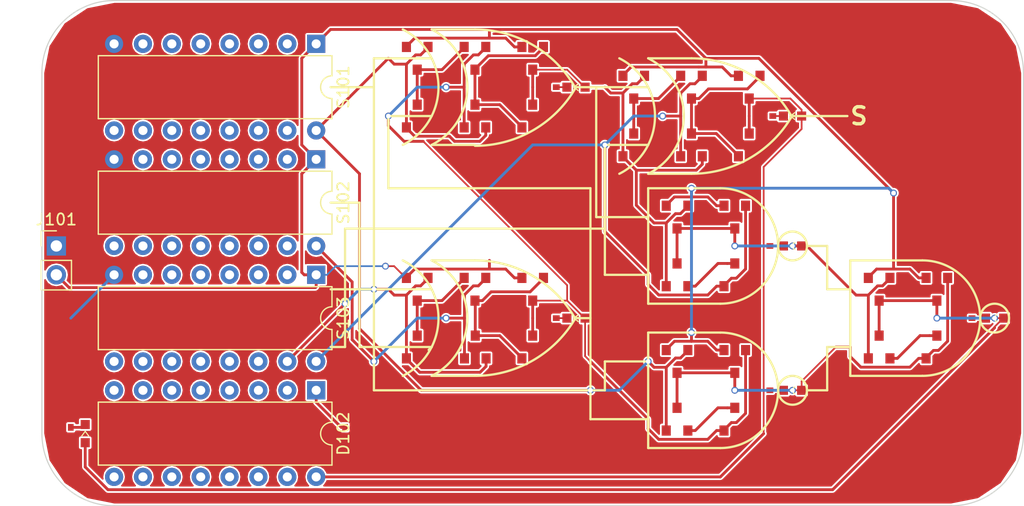
<source format=kicad_pcb>
(kicad_pcb (version 4) (host pcbnew 4.0.5+dfsg1-4)
  (layers (0 F.Cu signal) (31 B.Cu signal) (34 B.Paste user) (35 F.Paste user) (36 B.SilkS user) (37 F.SilkS user) (38 B.Mask user) (39 F.Mask user) (44 Edge.Cuts user))
  (net 0 "")
  (net 1 /K)
  (net 2 GND)
  (net 3 /S)
  (net 4 /bit0/adder/B)
  (net 5 /A)
  (net 6 /bit0/adder/AxorB)
  (net 7 /C)
  (net 8 VCC)
  (net 9 /SUB)
  (net 10 /B)
  (net 11 /bit0/adder/#AxorBandC)
  (net 12 /bit0/adder/#AandB)
  (net 13 "Net-(Q402-Pad2)")
  (net 14 "Net-(Q502-Pad2)")
  (net 15 "Net-(Q602-Pad2)")
  (net 16 "Net-(Q701-Pad3)")
  (net 17 "Net-(Q703-Pad3)")
  (net 18 "Net-(Q801-Pad3)")
  (net 19 "Net-(Q803-Pad3)")
  (net 20 "Net-(Q901-Pad3)")
  (net 21 "Net-(Q903-Pad3)")
  (net 22 "Net-(D101-Pad1)")
  (net 23 "Net-(D102-Pad1)")
  (net 24 "Net-(D401-Pad1)")
  (net 25 "Net-(D501-Pad1)")
  (net 26 "Net-(D601-Pad1)")
  (net 27 "Net-(D701-Pad1)")
  (net 28 "Net-(D801-Pad1)")
  (net 29 "Net-(D901-Pad1)")
  (module KwanSystems:SMD_0402 (layer F.Cu) (at 114.554 72.39 180)
    (fp_text reference R901)
    (fp_text value RESISTOR)
    (pad 2 smd rect (at 0.55 0 180) (size 0.6 0.5) (layers F.Cu F.Paste F.Mask) (net 2 GND))
    (pad 1 smd rect (at -0.55 0 180) (size 0.6 0.5) (layers F.Cu F.Paste F.Mask) (net 29 "Net-(D901-Pad1)"))
  )
  (module KwanSystems:SMD_0402 (layer F.Cu) (at 133.604 54.61 180)
    (fp_text reference R801)
    (fp_text value RESISTOR)
    (pad 2 smd rect (at 0.55 0 180) (size 0.6 0.5) (layers F.Cu F.Paste F.Mask) (net 2 GND))
    (pad 1 smd rect (at -0.55 0 180) (size 0.6 0.5) (layers F.Cu F.Paste F.Mask) (net 28 "Net-(D801-Pad1)"))
  )
  (module KwanSystems:SMD_0402 (layer F.Cu) (at 114.554 52.07 180)
    (fp_text reference R701)
    (fp_text value RESISTOR)
    (pad 2 smd rect (at 0.55 0 180) (size 0.6 0.5) (layers F.Cu F.Paste F.Mask) (net 2 GND))
    (pad 1 smd rect (at -0.55 0 180) (size 0.6 0.5) (layers F.Cu F.Paste F.Mask) (net 27 "Net-(D701-Pad1)"))
  )
  (module KwanSystems:SMD_0402 (layer F.Cu) (at 151.13 72.39 180)
    (fp_text reference R601)
    (fp_text value RESISTOR)
    (pad 2 smd rect (at 0.55 0 180) (size 0.6 0.5) (layers F.Cu F.Paste F.Mask) (net 2 GND))
    (pad 1 smd rect (at -0.55 0 180) (size 0.6 0.5) (layers F.Cu F.Paste F.Mask) (net 26 "Net-(D601-Pad1)"))
  )
  (module KwanSystems:SMD_0402 (layer F.Cu) (at 133.35 78.74 180)
    (fp_text reference R501)
    (fp_text value RESISTOR)
    (pad 2 smd rect (at 0.55 0 180) (size 0.6 0.5) (layers F.Cu F.Paste F.Mask) (net 2 GND))
    (pad 1 smd rect (at -0.55 0 180) (size 0.6 0.5) (layers F.Cu F.Paste F.Mask) (net 25 "Net-(D501-Pad1)"))
  )
  (module KwanSystems:SMD_0402 (layer F.Cu) (at 133.35 66.04 180)
    (fp_text reference R401)
    (fp_text value RESISTOR)
    (pad 2 smd rect (at 0.55 0 180) (size 0.6 0.5) (layers F.Cu F.Paste F.Mask) (net 2 GND))
    (pad 1 smd rect (at -0.55 0 180) (size 0.6 0.5) (layers F.Cu F.Paste F.Mask) (net 24 "Net-(D401-Pad1)"))
  )
  (module KwanSystems:SMD_0402 (layer F.Cu) (at 96.52 82.55 270)
    (fp_text reference R102)
    (fp_text value RESISTOR)
    (pad 2 smd rect (at 0.55 0 270) (size 0.6 0.5) (layers F.Cu F.Paste F.Mask) (net 2 GND))
    (pad 1 smd rect (at -0.55 0 270) (size 0.6 0.5) (layers F.Cu F.Paste F.Mask) (net 23 "Net-(D102-Pad1)"))
  )
  (module KwanSystems:SMD_0402 (layer F.Cu) (at 72.39 82.55 270)
    (fp_text reference R101)
    (fp_text value RESISTOR)
    (pad 2 smd rect (at 0.55 0 270) (size 0.6 0.5) (layers F.Cu F.Paste F.Mask) (net 2 GND))
    (pad 1 smd rect (at -0.55 0 270) (size 0.6 0.5) (layers F.Cu F.Paste F.Mask) (net 22 "Net-(D101-Pad1)"))
  )
  (module KwanSystems:D_0603 (layer F.Cu) (at 116.84 72.39)
    (fp_text reference D901)
    (fp_text value LED_Small)
    (pad 2 smd rect (at 0.8 0 180) (size 0.8 0.8) (layers F.Cu F.Paste F.Mask) (net 4 /bit0/adder/B))
    (pad 1 smd rect (at -0.8 0 180) (size 0.8 0.8) (layers F.Cu F.Paste F.Mask) (net 29 "Net-(D901-Pad1)"))
  )
  (module KwanSystems:D_0603 (layer F.Cu) (at 135.89 54.61)
    (fp_text reference D801)
    (fp_text value LED_Small)
    (pad 2 smd rect (at 0.8 0 180) (size 0.8 0.8) (layers F.Cu F.Paste F.Mask) (net 3 /S))
    (pad 1 smd rect (at -0.8 0 180) (size 0.8 0.8) (layers F.Cu F.Paste F.Mask) (net 28 "Net-(D801-Pad1)"))
  )
  (module KwanSystems:D_0603 (layer F.Cu) (at 116.84 52.07)
    (fp_text reference D701)
    (fp_text value LED_Small)
    (pad 2 smd rect (at 0.8 0 180) (size 0.8 0.8) (layers F.Cu F.Paste F.Mask) (net 6 /bit0/adder/AxorB))
    (pad 1 smd rect (at -0.8 0 180) (size 0.8 0.8) (layers F.Cu F.Paste F.Mask) (net 27 "Net-(D701-Pad1)"))
  )
  (module KwanSystems:D_0603 (layer F.Cu) (at 153.67 72.39)
    (fp_text reference D601)
    (fp_text value LED_Small)
    (pad 2 smd rect (at 0.8 0 180) (size 0.8 0.8) (layers F.Cu F.Paste F.Mask) (net 1 /K))
    (pad 1 smd rect (at -0.8 0 180) (size 0.8 0.8) (layers F.Cu F.Paste F.Mask) (net 26 "Net-(D601-Pad1)"))
  )
  (module KwanSystems:D_0603 (layer F.Cu) (at 135.89 78.74)
    (fp_text reference D501)
    (fp_text value LED_Small)
    (pad 2 smd rect (at 0.8 0 180) (size 0.8 0.8) (layers F.Cu F.Paste F.Mask) (net 12 /bit0/adder/#AandB))
    (pad 1 smd rect (at -0.8 0 180) (size 0.8 0.8) (layers F.Cu F.Paste F.Mask) (net 25 "Net-(D501-Pad1)"))
  )
  (module KwanSystems:D_0603 (layer F.Cu) (at 135.89 66.04)
    (fp_text reference D401)
    (fp_text value LED_Small)
    (pad 2 smd rect (at 0.8 0 180) (size 0.8 0.8) (layers F.Cu F.Paste F.Mask) (net 11 /bit0/adder/#AxorBandC))
    (pad 1 smd rect (at -0.8 0 180) (size 0.8 0.8) (layers F.Cu F.Paste F.Mask) (net 24 "Net-(D401-Pad1)"))
  )
  (module Pin_Headers:Pin_Header_Straight_1x02_Pitch2.54mm (layer F.Cu) (at 71.12 66.04)
    (fp_text reference J101 (at 0 -2.33) (layer F.SilkS))
    (fp_text value CONN_01X02)
    (pad 1 thru_hole rect (at 0 0) (size 1.7 1.7) (drill 1) (layers *.Cu *.Mask) (net 2 GND))
    (pad 2 thru_hole oval (at 0 2.54) (size 1.7 1.7) (drill 1) (layers *.Cu *.Mask) (net 8 VCC))
  )
  (module KwanSystems:SOT-23 (layer F.Cu) (at 113.03 74.93 90)
    (fp_text reference Q906 hide)
    (fp_text value NMOS)
    (pad 1 smd rect (at -1 -0.95 90) (size 0.9 0.8) (layers F.Cu F.Paste F.Mask) (net 21 "Net-(Q903-Pad3)"))
    (pad 2 smd rect (at -1 0.95 90) (size 0.9 0.8) (layers F.Cu F.Paste F.Mask) (net 2 GND))
    (pad 3 smd rect (at 1 0 90) (size 0.9 0.8) (layers F.Cu F.Paste F.Mask) (net 4 /bit0/adder/B))
  )
  (module KwanSystems:SOT-23 (layer F.Cu) (at 113.03 69.85 270)
    (fp_text reference Q905 hide)
    (fp_text value PMOS)
    (pad 1 smd rect (at -1 -0.95 270) (size 0.9 0.8) (layers F.Cu F.Paste F.Mask) (net 21 "Net-(Q903-Pad3)"))
    (pad 2 smd rect (at -1 0.95 270) (size 0.9 0.8) (layers F.Cu F.Paste F.Mask) (net 8 VCC))
    (pad 3 smd rect (at 1 0 270) (size 0.9 0.8) (layers F.Cu F.Paste F.Mask) (net 4 /bit0/adder/B))
  )
  (module KwanSystems:SOT-23 (layer F.Cu) (at 107.977238 74.93 90)
    (fp_text reference Q904 hide)
    (fp_text value NMOS)
    (pad 1 smd rect (at -1 -0.95 90) (size 0.9 0.8) (layers F.Cu F.Paste F.Mask) (net 10 /B))
    (pad 2 smd rect (at -1 0.95 90) (size 0.9 0.8) (layers F.Cu F.Paste F.Mask) (net 9 /SUB))
    (pad 3 smd rect (at 1 0 90) (size 0.9 0.8) (layers F.Cu F.Paste F.Mask) (net 21 "Net-(Q903-Pad3)"))
  )
  (module KwanSystems:SOT-23 (layer F.Cu) (at 107.95 69.85 270)
    (fp_text reference Q903 hide)
    (fp_text value PMOS)
    (pad 1 smd rect (at -1 -0.95 270) (size 0.9 0.8) (layers F.Cu F.Paste F.Mask) (net 10 /B))
    (pad 2 smd rect (at -1 0.95 270) (size 0.9 0.8) (layers F.Cu F.Paste F.Mask) (net 20 "Net-(Q901-Pad3)"))
    (pad 3 smd rect (at 1 0 270) (size 0.9 0.8) (layers F.Cu F.Paste F.Mask) (net 21 "Net-(Q903-Pad3)"))
  )
  (module KwanSystems:SOT-23 (layer F.Cu) (at 102.87 74.93 90)
    (fp_text reference Q902 hide)
    (fp_text value NMOS)
    (pad 1 smd rect (at -1 -0.95 90) (size 0.9 0.8) (layers F.Cu F.Paste F.Mask) (net 9 /SUB))
    (pad 2 smd rect (at -1 0.95 90) (size 0.9 0.8) (layers F.Cu F.Paste F.Mask) (net 2 GND))
    (pad 3 smd rect (at 1 0 90) (size 0.9 0.8) (layers F.Cu F.Paste F.Mask) (net 20 "Net-(Q901-Pad3)"))
  )
  (module KwanSystems:SOT-23 (layer F.Cu) (at 102.87 69.85 270)
    (fp_text reference Q901 hide)
    (fp_text value PMOS)
    (pad 1 smd rect (at -1 -0.95 270) (size 0.9 0.8) (layers F.Cu F.Paste F.Mask) (net 9 /SUB))
    (pad 2 smd rect (at -1 0.95 270) (size 0.9 0.8) (layers F.Cu F.Paste F.Mask) (net 8 VCC))
    (pad 3 smd rect (at 1 0 270) (size 0.9 0.8) (layers F.Cu F.Paste F.Mask) (net 20 "Net-(Q901-Pad3)"))
  )
  (module KwanSystems:SOT-23 (layer F.Cu) (at 132.08 57.15 90)
    (fp_text reference Q806 hide)
    (fp_text value NMOS)
    (pad 1 smd rect (at -1 -0.95 90) (size 0.9 0.8) (layers F.Cu F.Paste F.Mask) (net 19 "Net-(Q803-Pad3)"))
    (pad 2 smd rect (at -1 0.95 90) (size 0.9 0.8) (layers F.Cu F.Paste F.Mask) (net 2 GND))
    (pad 3 smd rect (at 1 0 90) (size 0.9 0.8) (layers F.Cu F.Paste F.Mask) (net 3 /S))
  )
  (module KwanSystems:SOT-23 (layer F.Cu) (at 132.08 52.07 270)
    (fp_text reference Q805 hide)
    (fp_text value PMOS)
    (pad 1 smd rect (at -1 -0.95 270) (size 0.9 0.8) (layers F.Cu F.Paste F.Mask) (net 19 "Net-(Q803-Pad3)"))
    (pad 2 smd rect (at -1 0.95 270) (size 0.9 0.8) (layers F.Cu F.Paste F.Mask) (net 8 VCC))
    (pad 3 smd rect (at 1 0 270) (size 0.9 0.8) (layers F.Cu F.Paste F.Mask) (net 3 /S))
  )
  (module KwanSystems:SOT-23 (layer F.Cu) (at 127 57.15 90)
    (fp_text reference Q804 hide)
    (fp_text value NMOS)
    (pad 1 smd rect (at -1 -0.95 90) (size 0.9 0.8) (layers F.Cu F.Paste F.Mask) (net 7 /C))
    (pad 2 smd rect (at -1 0.95 90) (size 0.9 0.8) (layers F.Cu F.Paste F.Mask) (net 6 /bit0/adder/AxorB))
    (pad 3 smd rect (at 1 0 90) (size 0.9 0.8) (layers F.Cu F.Paste F.Mask) (net 19 "Net-(Q803-Pad3)"))
  )
  (module KwanSystems:SOT-23 (layer F.Cu) (at 127 52.07 270)
    (fp_text reference Q803 hide)
    (fp_text value PMOS)
    (pad 1 smd rect (at -1 -0.95 270) (size 0.9 0.8) (layers F.Cu F.Paste F.Mask) (net 7 /C))
    (pad 2 smd rect (at -1 0.95 270) (size 0.9 0.8) (layers F.Cu F.Paste F.Mask) (net 18 "Net-(Q801-Pad3)"))
    (pad 3 smd rect (at 1 0 270) (size 0.9 0.8) (layers F.Cu F.Paste F.Mask) (net 19 "Net-(Q803-Pad3)"))
  )
  (module KwanSystems:SOT-23 (layer F.Cu) (at 121.92 57.15 90)
    (fp_text reference Q802 hide)
    (fp_text value NMOS)
    (pad 1 smd rect (at -1 -0.95 90) (size 0.9 0.8) (layers F.Cu F.Paste F.Mask) (net 6 /bit0/adder/AxorB))
    (pad 2 smd rect (at -1 0.95 90) (size 0.9 0.8) (layers F.Cu F.Paste F.Mask) (net 2 GND))
    (pad 3 smd rect (at 1 0 90) (size 0.9 0.8) (layers F.Cu F.Paste F.Mask) (net 18 "Net-(Q801-Pad3)"))
  )
  (module KwanSystems:SOT-23 (layer F.Cu) (at 121.92 52.07 270)
    (fp_text reference Q801 hide)
    (fp_text value PMOS)
    (pad 1 smd rect (at -1 -0.95 270) (size 0.9 0.8) (layers F.Cu F.Paste F.Mask) (net 6 /bit0/adder/AxorB))
    (pad 2 smd rect (at -1 0.95 270) (size 0.9 0.8) (layers F.Cu F.Paste F.Mask) (net 8 VCC))
    (pad 3 smd rect (at 1 0 270) (size 0.9 0.8) (layers F.Cu F.Paste F.Mask) (net 18 "Net-(Q801-Pad3)"))
  )
  (module KwanSystems:SOT-23 (layer F.Cu) (at 113.03 54.61 90)
    (fp_text reference Q706 hide)
    (fp_text value NMOS)
    (pad 1 smd rect (at -1 -0.95 90) (size 0.9 0.8) (layers F.Cu F.Paste F.Mask) (net 17 "Net-(Q703-Pad3)"))
    (pad 2 smd rect (at -1 0.95 90) (size 0.9 0.8) (layers F.Cu F.Paste F.Mask) (net 2 GND))
    (pad 3 smd rect (at 1 0 90) (size 0.9 0.8) (layers F.Cu F.Paste F.Mask) (net 6 /bit0/adder/AxorB))
  )
  (module KwanSystems:SOT-23 (layer F.Cu) (at 113.03 49.53 270)
    (fp_text reference Q705 hide)
    (fp_text value PMOS)
    (pad 1 smd rect (at -1 -0.95 270) (size 0.9 0.8) (layers F.Cu F.Paste F.Mask) (net 17 "Net-(Q703-Pad3)"))
    (pad 2 smd rect (at -1 0.95 270) (size 0.9 0.8) (layers F.Cu F.Paste F.Mask) (net 8 VCC))
    (pad 3 smd rect (at 1 0 270) (size 0.9 0.8) (layers F.Cu F.Paste F.Mask) (net 6 /bit0/adder/AxorB))
  )
  (module KwanSystems:SOT-23 (layer F.Cu) (at 107.95 54.61 90)
    (fp_text reference Q704 hide)
    (fp_text value NMOS)
    (pad 1 smd rect (at -1 -0.95 90) (size 0.9 0.8) (layers F.Cu F.Paste F.Mask) (net 4 /bit0/adder/B))
    (pad 2 smd rect (at -1 0.95 90) (size 0.9 0.8) (layers F.Cu F.Paste F.Mask) (net 5 /A))
    (pad 3 smd rect (at 1 0 90) (size 0.9 0.8) (layers F.Cu F.Paste F.Mask) (net 17 "Net-(Q703-Pad3)"))
  )
  (module KwanSystems:SOT-23 (layer F.Cu) (at 107.95 49.53 270)
    (fp_text reference Q703 hide)
    (fp_text value PMOS)
    (pad 1 smd rect (at -1 -0.95 270) (size 0.9 0.8) (layers F.Cu F.Paste F.Mask) (net 4 /bit0/adder/B))
    (pad 2 smd rect (at -1 0.95 270) (size 0.9 0.8) (layers F.Cu F.Paste F.Mask) (net 16 "Net-(Q701-Pad3)"))
    (pad 3 smd rect (at 1 0 270) (size 0.9 0.8) (layers F.Cu F.Paste F.Mask) (net 17 "Net-(Q703-Pad3)"))
  )
  (module KwanSystems:SOT-23 (layer F.Cu) (at 102.87 54.61 90)
    (fp_text reference Q702 hide)
    (fp_text value NMOS)
    (pad 1 smd rect (at -1 -0.95 90) (size 0.9 0.8) (layers F.Cu F.Paste F.Mask) (net 5 /A))
    (pad 2 smd rect (at -1 0.95 90) (size 0.9 0.8) (layers F.Cu F.Paste F.Mask) (net 2 GND))
    (pad 3 smd rect (at 1 0 90) (size 0.9 0.8) (layers F.Cu F.Paste F.Mask) (net 16 "Net-(Q701-Pad3)"))
  )
  (module KwanSystems:SOT-23 (layer F.Cu) (at 102.87 49.53 270)
    (fp_text reference Q701 hide)
    (fp_text value PMOS)
    (pad 1 smd rect (at -1 -0.95 270) (size 0.9 0.8) (layers F.Cu F.Paste F.Mask) (net 5 /A))
    (pad 2 smd rect (at -1 0.95 270) (size 0.9 0.8) (layers F.Cu F.Paste F.Mask) (net 8 VCC))
    (pad 3 smd rect (at 1 0 270) (size 0.9 0.8) (layers F.Cu F.Paste F.Mask) (net 16 "Net-(Q701-Pad3)"))
  )
  (module KwanSystems:SOT-23 (layer F.Cu) (at 148.59 69.85 270)
    (fp_text reference Q604 hide)
    (fp_text value PMOS)
    (pad 1 smd rect (at -1 -0.95 270) (size 0.9 0.8) (layers F.Cu F.Paste F.Mask) (net 12 /bit0/adder/#AandB))
    (pad 2 smd rect (at -1 0.95 270) (size 0.9 0.8) (layers F.Cu F.Paste F.Mask) (net 8 VCC))
    (pad 3 smd rect (at 1 0 270) (size 0.9 0.8) (layers F.Cu F.Paste F.Mask) (net 1 /K))
  )
  (module KwanSystems:SOT-23 (layer F.Cu) (at 148.59 74.93 90)
    (fp_text reference Q603 hide)
    (fp_text value NMOS)
    (pad 1 smd rect (at -1 -0.95 90) (size 0.9 0.8) (layers F.Cu F.Paste F.Mask) (net 12 /bit0/adder/#AandB))
    (pad 2 smd rect (at -1 0.95 90) (size 0.9 0.8) (layers F.Cu F.Paste F.Mask) (net 2 GND))
    (pad 3 smd rect (at 1 0 90) (size 0.9 0.8) (layers F.Cu F.Paste F.Mask) (net 15 "Net-(Q602-Pad2)"))
  )
  (module KwanSystems:SOT-23 (layer F.Cu) (at 143.51 74.93 90)
    (fp_text reference Q602 hide)
    (fp_text value NMOS)
    (pad 1 smd rect (at -1 -0.95 90) (size 0.9 0.8) (layers F.Cu F.Paste F.Mask) (net 11 /bit0/adder/#AxorBandC))
    (pad 2 smd rect (at -1 0.95 90) (size 0.9 0.8) (layers F.Cu F.Paste F.Mask) (net 15 "Net-(Q602-Pad2)"))
    (pad 3 smd rect (at 1 0 90) (size 0.9 0.8) (layers F.Cu F.Paste F.Mask) (net 1 /K))
  )
  (module KwanSystems:SOT-23 (layer F.Cu) (at 143.51 69.85 270)
    (fp_text reference Q601 hide)
    (fp_text value PMOS)
    (pad 1 smd rect (at -1 -0.95 270) (size 0.9 0.8) (layers F.Cu F.Paste F.Mask) (net 11 /bit0/adder/#AxorBandC))
    (pad 2 smd rect (at -1 0.95 270) (size 0.9 0.8) (layers F.Cu F.Paste F.Mask) (net 8 VCC))
    (pad 3 smd rect (at 1 0 270) (size 0.9 0.8) (layers F.Cu F.Paste F.Mask) (net 1 /K))
  )
  (module KwanSystems:SOT-23 (layer F.Cu) (at 130.81 76.2 270)
    (fp_text reference Q504 hide)
    (fp_text value PMOS)
    (pad 1 smd rect (at -1 -0.95 270) (size 0.9 0.8) (layers F.Cu F.Paste F.Mask) (net 4 /bit0/adder/B))
    (pad 2 smd rect (at -1 0.95 270) (size 0.9 0.8) (layers F.Cu F.Paste F.Mask) (net 8 VCC))
    (pad 3 smd rect (at 1 0 270) (size 0.9 0.8) (layers F.Cu F.Paste F.Mask) (net 12 /bit0/adder/#AandB))
  )
  (module KwanSystems:SOT-23 (layer F.Cu) (at 130.81 81.28 90)
    (fp_text reference Q503 hide)
    (fp_text value NMOS)
    (pad 1 smd rect (at -1 -0.95 90) (size 0.9 0.8) (layers F.Cu F.Paste F.Mask) (net 4 /bit0/adder/B))
    (pad 2 smd rect (at -1 0.95 90) (size 0.9 0.8) (layers F.Cu F.Paste F.Mask) (net 2 GND))
    (pad 3 smd rect (at 1 0 90) (size 0.9 0.8) (layers F.Cu F.Paste F.Mask) (net 14 "Net-(Q502-Pad2)"))
  )
  (module KwanSystems:SOT-23 (layer F.Cu) (at 125.73 81.28 90)
    (fp_text reference Q502 hide)
    (fp_text value NMOS)
    (pad 1 smd rect (at -1 -0.95 90) (size 0.9 0.8) (layers F.Cu F.Paste F.Mask) (net 5 /A))
    (pad 2 smd rect (at -1 0.95 90) (size 0.9 0.8) (layers F.Cu F.Paste F.Mask) (net 14 "Net-(Q502-Pad2)"))
    (pad 3 smd rect (at 1 0 90) (size 0.9 0.8) (layers F.Cu F.Paste F.Mask) (net 12 /bit0/adder/#AandB))
  )
  (module KwanSystems:SOT-23 (layer F.Cu) (at 125.73 76.2 270)
    (fp_text reference Q501 hide)
    (fp_text value PMOS)
    (pad 1 smd rect (at -1 -0.95 270) (size 0.9 0.8) (layers F.Cu F.Paste F.Mask) (net 5 /A))
    (pad 2 smd rect (at -1 0.95 270) (size 0.9 0.8) (layers F.Cu F.Paste F.Mask) (net 8 VCC))
    (pad 3 smd rect (at 1 0 270) (size 0.9 0.8) (layers F.Cu F.Paste F.Mask) (net 12 /bit0/adder/#AandB))
  )
  (module KwanSystems:SOT-23 (layer F.Cu) (at 130.81 63.5 270)
    (fp_text reference Q404 hide)
    (fp_text value PMOS)
    (pad 1 smd rect (at -1 -0.95 270) (size 0.9 0.8) (layers F.Cu F.Paste F.Mask) (net 7 /C))
    (pad 2 smd rect (at -1 0.95 270) (size 0.9 0.8) (layers F.Cu F.Paste F.Mask) (net 8 VCC))
    (pad 3 smd rect (at 1 0 270) (size 0.9 0.8) (layers F.Cu F.Paste F.Mask) (net 11 /bit0/adder/#AxorBandC))
  )
  (module KwanSystems:SOT-23 (layer F.Cu) (at 130.81 68.58 90)
    (fp_text reference Q403 hide)
    (fp_text value NMOS)
    (pad 1 smd rect (at -1 -0.95 90) (size 0.9 0.8) (layers F.Cu F.Paste F.Mask) (net 7 /C))
    (pad 2 smd rect (at -1 0.95 90) (size 0.9 0.8) (layers F.Cu F.Paste F.Mask) (net 2 GND))
    (pad 3 smd rect (at 1 0 90) (size 0.9 0.8) (layers F.Cu F.Paste F.Mask) (net 13 "Net-(Q402-Pad2)"))
  )
  (module KwanSystems:SOT-23 (layer F.Cu) (at 125.73 68.58 90)
    (fp_text reference Q402 hide)
    (fp_text value NMOS)
    (pad 1 smd rect (at -1 -0.95 90) (size 0.9 0.8) (layers F.Cu F.Paste F.Mask) (net 6 /bit0/adder/AxorB))
    (pad 2 smd rect (at -1 0.95 90) (size 0.9 0.8) (layers F.Cu F.Paste F.Mask) (net 13 "Net-(Q402-Pad2)"))
    (pad 3 smd rect (at 1 0 90) (size 0.9 0.8) (layers F.Cu F.Paste F.Mask) (net 11 /bit0/adder/#AxorBandC))
  )
  (module KwanSystems:SOT-23 (layer F.Cu) (at 125.73 63.5 270)
    (fp_text reference Q401 hide)
    (fp_text value PMOS)
    (pad 1 smd rect (at -1 -0.95 270) (size 0.9 0.8) (layers F.Cu F.Paste F.Mask) (net 6 /bit0/adder/AxorB))
    (pad 2 smd rect (at -1 0.95 270) (size 0.9 0.8) (layers F.Cu F.Paste F.Mask) (net 8 VCC))
    (pad 3 smd rect (at 1 0 270) (size 0.9 0.8) (layers F.Cu F.Paste F.Mask) (net 11 /bit0/adder/#AxorBandC))
  )
  (module Housings_DIP:DIP-16_W7.62mm (layer F.Cu) (at 93.98 78.74 270)
    (fp_text reference D102 (at 3.81 -2.39 270) (layer F.SilkS))
    (fp_text value S)
    (pad 1 thru_hole rect (at 0 0 270) (size 1.6 1.6) (drill 0.8) (layers *.Cu *.Mask) (net 23 "Net-(D102-Pad1)"))
    (pad 9 thru_hole oval (at 7.62 17.78 270) (size 1.6 1.6) (drill 0.8) (layers *.Cu *.Mask))
    (pad 2 thru_hole oval (at 0 2.54 270) (size 1.6 1.6) (drill 0.8) (layers *.Cu *.Mask))
    (pad 10 thru_hole oval (at 7.62 15.24 270) (size 1.6 1.6) (drill 0.8) (layers *.Cu *.Mask))
    (pad 3 thru_hole oval (at 0 5.08 270) (size 1.6 1.6) (drill 0.8) (layers *.Cu *.Mask))
    (pad 11 thru_hole oval (at 7.62 12.7 270) (size 1.6 1.6) (drill 0.8) (layers *.Cu *.Mask))
    (pad 4 thru_hole oval (at 0 7.62 270) (size 1.6 1.6) (drill 0.8) (layers *.Cu *.Mask))
    (pad 12 thru_hole oval (at 7.62 10.16 270) (size 1.6 1.6) (drill 0.8) (layers *.Cu *.Mask))
    (pad 5 thru_hole oval (at 0 10.16 270) (size 1.6 1.6) (drill 0.8) (layers *.Cu *.Mask))
    (pad 13 thru_hole oval (at 7.62 7.62 270) (size 1.6 1.6) (drill 0.8) (layers *.Cu *.Mask))
    (pad 6 thru_hole oval (at 0 12.7 270) (size 1.6 1.6) (drill 0.8) (layers *.Cu *.Mask))
    (pad 14 thru_hole oval (at 7.62 5.08 270) (size 1.6 1.6) (drill 0.8) (layers *.Cu *.Mask))
    (pad 7 thru_hole oval (at 0 15.24 270) (size 1.6 1.6) (drill 0.8) (layers *.Cu *.Mask))
    (pad 15 thru_hole oval (at 7.62 2.54 270) (size 1.6 1.6) (drill 0.8) (layers *.Cu *.Mask))
    (pad 8 thru_hole oval (at 0 17.78 270) (size 1.6 1.6) (drill 0.8) (layers *.Cu *.Mask))
    (pad 16 thru_hole oval (at 7.62 0 270) (size 1.6 1.6) (drill 0.8) (layers *.Cu *.Mask) (net 3 /S))
  )
  (module Housings_DIP:DIP-16_W7.62mm (layer F.Cu) (at 93.98 68.58 270)
    (fp_text reference S103 (at 3.81 -2.39 270) (layer F.SilkS))
    (fp_text value C)
    (pad 1 thru_hole rect (at 0 0 270) (size 1.6 1.6) (drill 0.8) (layers *.Cu *.Mask) (net 8 VCC))
    (pad 9 thru_hole oval (at 7.62 17.78 270) (size 1.6 1.6) (drill 0.8) (layers *.Cu *.Mask))
    (pad 2 thru_hole oval (at 0 2.54 270) (size 1.6 1.6) (drill 0.8) (layers *.Cu *.Mask))
    (pad 10 thru_hole oval (at 7.62 15.24 270) (size 1.6 1.6) (drill 0.8) (layers *.Cu *.Mask))
    (pad 3 thru_hole oval (at 0 5.08 270) (size 1.6 1.6) (drill 0.8) (layers *.Cu *.Mask))
    (pad 11 thru_hole oval (at 7.62 12.7 270) (size 1.6 1.6) (drill 0.8) (layers *.Cu *.Mask))
    (pad 4 thru_hole oval (at 0 7.62 270) (size 1.6 1.6) (drill 0.8) (layers *.Cu *.Mask))
    (pad 12 thru_hole oval (at 7.62 10.16 270) (size 1.6 1.6) (drill 0.8) (layers *.Cu *.Mask))
    (pad 5 thru_hole oval (at 0 10.16 270) (size 1.6 1.6) (drill 0.8) (layers *.Cu *.Mask))
    (pad 13 thru_hole oval (at 7.62 7.62 270) (size 1.6 1.6) (drill 0.8) (layers *.Cu *.Mask))
    (pad 6 thru_hole oval (at 0 12.7 270) (size 1.6 1.6) (drill 0.8) (layers *.Cu *.Mask))
    (pad 14 thru_hole oval (at 7.62 5.08 270) (size 1.6 1.6) (drill 0.8) (layers *.Cu *.Mask))
    (pad 7 thru_hole oval (at 0 15.24 270) (size 1.6 1.6) (drill 0.8) (layers *.Cu *.Mask))
    (pad 15 thru_hole oval (at 7.62 2.54 270) (size 1.6 1.6) (drill 0.8) (layers *.Cu *.Mask) (net 9 /SUB))
    (pad 8 thru_hole oval (at 0 17.78 270) (size 1.6 1.6) (drill 0.8) (layers *.Cu *.Mask) (net 2 GND))
    (pad 16 thru_hole oval (at 7.62 0 270) (size 1.6 1.6) (drill 0.8) (layers *.Cu *.Mask) (net 7 /C))
  )
  (module Housings_DIP:DIP-16_W7.62mm (layer F.Cu) (at 93.98 58.42 270)
    (fp_text reference S102 (at 3.81 -2.39 270) (layer F.SilkS))
    (fp_text value B)
    (pad 1 thru_hole rect (at 0 0 270) (size 1.6 1.6) (drill 0.8) (layers *.Cu *.Mask) (net 8 VCC))
    (pad 9 thru_hole oval (at 7.62 17.78 270) (size 1.6 1.6) (drill 0.8) (layers *.Cu *.Mask))
    (pad 2 thru_hole oval (at 0 2.54 270) (size 1.6 1.6) (drill 0.8) (layers *.Cu *.Mask))
    (pad 10 thru_hole oval (at 7.62 15.24 270) (size 1.6 1.6) (drill 0.8) (layers *.Cu *.Mask))
    (pad 3 thru_hole oval (at 0 5.08 270) (size 1.6 1.6) (drill 0.8) (layers *.Cu *.Mask))
    (pad 11 thru_hole oval (at 7.62 12.7 270) (size 1.6 1.6) (drill 0.8) (layers *.Cu *.Mask))
    (pad 4 thru_hole oval (at 0 7.62 270) (size 1.6 1.6) (drill 0.8) (layers *.Cu *.Mask))
    (pad 12 thru_hole oval (at 7.62 10.16 270) (size 1.6 1.6) (drill 0.8) (layers *.Cu *.Mask))
    (pad 5 thru_hole oval (at 0 10.16 270) (size 1.6 1.6) (drill 0.8) (layers *.Cu *.Mask))
    (pad 13 thru_hole oval (at 7.62 7.62 270) (size 1.6 1.6) (drill 0.8) (layers *.Cu *.Mask))
    (pad 6 thru_hole oval (at 0 12.7 270) (size 1.6 1.6) (drill 0.8) (layers *.Cu *.Mask))
    (pad 14 thru_hole oval (at 7.62 5.08 270) (size 1.6 1.6) (drill 0.8) (layers *.Cu *.Mask))
    (pad 7 thru_hole oval (at 0 15.24 270) (size 1.6 1.6) (drill 0.8) (layers *.Cu *.Mask))
    (pad 15 thru_hole oval (at 7.62 2.54 270) (size 1.6 1.6) (drill 0.8) (layers *.Cu *.Mask))
    (pad 8 thru_hole oval (at 0 17.78 270) (size 1.6 1.6) (drill 0.8) (layers *.Cu *.Mask) (net 2 GND))
    (pad 16 thru_hole oval (at 7.62 0 270) (size 1.6 1.6) (drill 0.8) (layers *.Cu *.Mask) (net 10 /B))
  )
  (module Housings_DIP:DIP-16_W7.62mm (layer F.Cu) (at 93.98 48.26 270)
    (fp_text reference S101 (at 3.81 -2.39 270) (layer F.SilkS))
    (fp_text value A)
    (pad 1 thru_hole rect (at 0 0 270) (size 1.6 1.6) (drill 0.8) (layers *.Cu *.Mask) (net 8 VCC))
    (pad 9 thru_hole oval (at 7.62 17.78 270) (size 1.6 1.6) (drill 0.8) (layers *.Cu *.Mask))
    (pad 2 thru_hole oval (at 0 2.54 270) (size 1.6 1.6) (drill 0.8) (layers *.Cu *.Mask))
    (pad 10 thru_hole oval (at 7.62 15.24 270) (size 1.6 1.6) (drill 0.8) (layers *.Cu *.Mask))
    (pad 3 thru_hole oval (at 0 5.08 270) (size 1.6 1.6) (drill 0.8) (layers *.Cu *.Mask))
    (pad 11 thru_hole oval (at 7.62 12.7 270) (size 1.6 1.6) (drill 0.8) (layers *.Cu *.Mask))
    (pad 4 thru_hole oval (at 0 7.62 270) (size 1.6 1.6) (drill 0.8) (layers *.Cu *.Mask))
    (pad 12 thru_hole oval (at 7.62 10.16 270) (size 1.6 1.6) (drill 0.8) (layers *.Cu *.Mask))
    (pad 5 thru_hole oval (at 0 10.16 270) (size 1.6 1.6) (drill 0.8) (layers *.Cu *.Mask))
    (pad 13 thru_hole oval (at 7.62 7.62 270) (size 1.6 1.6) (drill 0.8) (layers *.Cu *.Mask))
    (pad 6 thru_hole oval (at 0 12.7 270) (size 1.6 1.6) (drill 0.8) (layers *.Cu *.Mask))
    (pad 14 thru_hole oval (at 7.62 5.08 270) (size 1.6 1.6) (drill 0.8) (layers *.Cu *.Mask))
    (pad 7 thru_hole oval (at 0 15.24 270) (size 1.6 1.6) (drill 0.8) (layers *.Cu *.Mask))
    (pad 15 thru_hole oval (at 7.62 2.54 270) (size 1.6 1.6) (drill 0.8) (layers *.Cu *.Mask))
    (pad 8 thru_hole oval (at 0 17.78 270) (size 1.6 1.6) (drill 0.8) (layers *.Cu *.Mask) (net 2 GND))
    (pad 16 thru_hole oval (at 7.62 0 270) (size 1.6 1.6) (drill 0.8) (layers *.Cu *.Mask) (net 5 /A))
  )
  (module KwanSystems:D_0603 (layer F.Cu) (at 73.66 82.55 270)
    (fp_text reference D101)
    (fp_text value K)
    (pad 2 smd rect (at 0.8 0 90) (size 0.8 0.8) (layers F.Cu F.Paste F.Mask) (net 1 /K))
    (pad 1 smd rect (at -0.8 0 90) (size 0.8 0.8) (layers F.Cu F.Paste F.Mask) (net 22 "Net-(D101-Pad1)"))
  )
  (gr_line (start 118.11 81.28) (end 123.19 81.28) (layer F.SilkS) (width 0.2))
  (gr_line (start 118.11 72.39) (end 118.11 81.28) (layer F.SilkS) (width 0.2))
  (gr_line (start 135.89 54.61) (end 140.716 54.61) (layer F.SilkS) (width 0.2))
  (gr_text S (at 141.732 54.61) (layer F.SilkS) (effects (font (size 1.5 1.5) (thickness 0.3))))
  (gr_line (start 119.38 76.2) (end 123.19 76.2) (layer F.SilkS) (width 0.2))
  (gr_line (start 119.38 78.74) (end 119.38 76.2) (layer F.SilkS) (width 0.2))
  (gr_line (start 99.06 78.74) (end 119.38 78.74) (layer F.SilkS) (width 0.2))
  (gr_line (start 99.06 52.07) (end 99.06 78.74) (layer F.SilkS) (width 0.2))
  (gr_line (start 97.79 52.07) (end 99.06 52.07) (layer F.SilkS) (width 0.2))
  (gr_line (start 118.618 63.5) (end 123.19 63.5) (layer F.SilkS) (width 0.2))
  (gr_line (start 118.618 52.07) (end 118.618 63.5) (layer F.SilkS) (width 0.2))
  (gr_line (start 119.38 68.58) (end 123.19 68.58) (layer F.SilkS) (width 0.2))
  (gr_line (start 119.38 64.516) (end 119.38 68.58) (layer F.SilkS) (width 0.2))
  (gr_line (start 119.38 57.15) (end 123.19 57.15) (layer F.SilkS) (width 0.2))
  (gr_line (start 119.38 64.516) (end 119.38 57.15) (layer F.SilkS) (width 0.2))
  (gr_line (start 96.52 64.516) (end 119.38 64.516) (layer F.SilkS) (width 0.2))
  (gr_line (start 96.52 74.93) (end 96.52 64.516) (layer F.SilkS) (width 0.2))
  (gr_line (start 95.25 74.93) (end 96.52 74.93) (layer F.SilkS) (width 0.2))
  (gr_line (start 104.14 69.85) (end 95.25 69.85) (layer F.SilkS) (width 0.2))
  (gr_line (start 103.886 75.184) (end 104.14 74.93) (layer F.SilkS) (width 0.2))
  (gr_line (start 104.14 74.93) (end 103.886 75.184) (layer F.SilkS) (width 0.2))
  (gr_line (start 97.79 74.93) (end 104.14 74.93) (layer F.SilkS) (width 0.2))
  (gr_line (start 97.79 62.23) (end 97.79 74.93) (layer F.SilkS) (width 0.2))
  (gr_line (start 95.25 62.23) (end 97.79 62.23) (layer F.SilkS) (width 0.2))
  (gr_line (start 99.06 49.53) (end 104.14 49.53) (layer F.SilkS) (width 0.2))
  (gr_line (start 99.06 52.07) (end 99.06 49.53) (layer F.SilkS) (width 0.2))
  (gr_line (start 95.25 52.07) (end 97.79 52.07) (layer F.SilkS) (width 0.2))
  (gr_line (start 100.33 54.61) (end 104.14 54.61) (layer F.SilkS) (width 0.2))
  (gr_line (start 100.33 60.96) (end 100.33 54.61) (layer F.SilkS) (width 0.2))
  (gr_line (start 118.11 60.96) (end 100.33 60.96) (layer F.SilkS) (width 0.2))
  (gr_line (start 118.11 72.39) (end 118.11 60.96) (layer F.SilkS) (width 0.2))
  (gr_line (start 116.84 72.39) (end 118.11 72.39) (layer F.SilkS) (width 0.2))
  (gr_line (start 116.84 52.07) (end 123.19 52.07) (layer F.SilkS) (width 0.2))
  (gr_line (start 138.938 69.85) (end 140.97 69.85) (layer F.SilkS) (width 0.2))
  (gr_line (start 138.938 66.04) (end 138.938 69.85) (layer F.SilkS) (width 0.2))
  (gr_line (start 137.16 66.04) (end 138.938 66.04) (layer F.SilkS) (width 0.2))
  (gr_line (start 138.938 74.93) (end 140.97 74.93) (layer F.SilkS) (width 0.2))
  (gr_line (start 138.938 78.74) (end 138.938 74.93) (layer F.SilkS) (width 0.2))
  (gr_line (start 137.16 78.74) (end 138.938 78.74) (layer F.SilkS) (width 0.2))
  (gr_arc (start 76.2 82.55) (end 76.2 88.9) (angle 90) (layer Edge.Cuts) (width 0.1))
  (gr_arc (start 149.86 82.55) (end 156.21 82.55) (angle 90) (layer Edge.Cuts) (width 0.1))
  (gr_arc (start 149.86 50.8) (end 149.86 44.45) (angle 90) (layer Edge.Cuts) (width 0.1))
  (gr_arc (start 76.2 50.8) (end 69.85 50.8) (angle 90) (layer Edge.Cuts) (width 0.1))
  (gr_line (start 69.85 82.55) (end 69.85 50.8) (layer Edge.Cuts) (width 0.1))
  (gr_line (start 149.86 88.9) (end 76.2 88.9) (layer Edge.Cuts) (width 0.1))
  (gr_line (start 156.21 50.8) (end 156.21 82.55) (layer Edge.Cuts) (width 0.1))
  (gr_line (start 76.2 44.45) (end 149.86 44.45) (layer Edge.Cuts) (width 0.1))
  (gr_line (start 104.14 77.47) (end 107.95 77.47) (layer F.SilkS) (width 0.2))
  (gr_arc (start 107.95 67.230933) (end 116.84 72.310933) (angle 60.2551187) (layer F.SilkS) (width 0.2))
  (gr_arc (start 107.95 77.47) (end 107.95 67.31) (angle 60.2551187) (layer F.SilkS) (width 0.2))
  (gr_line (start 104.14 67.31) (end 107.95 67.31) (layer F.SilkS) (width 0.2))
  (gr_arc (start 101.6 72.39) (end 104.14 67.31) (angle 126.8698976) (layer F.SilkS) (width 0.2))
  (gr_arc (start 99.06 72.39) (end 101.6 67.31) (angle 126.8698976) (layer F.SilkS) (width 0.2))
  (gr_arc (start 127 49.450933) (end 135.89 54.530933) (angle 60.2551187) (layer F.SilkS) (width 0.2))
  (gr_arc (start 127 59.69) (end 127 49.53) (angle 60.2551187) (layer F.SilkS) (width 0.2))
  (gr_line (start 123.19 59.69) (end 127 59.69) (layer F.SilkS) (width 0.2))
  (gr_line (start 123.19 49.53) (end 127 49.53) (layer F.SilkS) (width 0.2))
  (gr_arc (start 120.65 54.61) (end 123.19 49.53) (angle 126.8698976) (layer F.SilkS) (width 0.2))
  (gr_arc (start 118.11 54.61) (end 120.65 49.53) (angle 126.8698976) (layer F.SilkS) (width 0.2))
  (gr_arc (start 99.06 52.07) (end 101.6 46.99) (angle 126.8698976) (layer F.SilkS) (width 0.2))
  (gr_arc (start 107.95 57.15) (end 107.95 46.99) (angle 60.2551187) (layer F.SilkS) (width 0.2))
  (gr_arc (start 107.95 46.99) (end 116.84 52.07) (angle 60.2551187) (layer F.SilkS) (width 0.2))
  (gr_line (start 104.14 57.15) (end 107.95 57.15) (layer F.SilkS) (width 0.2))
  (gr_line (start 104.14 46.99) (end 107.95 46.99) (layer F.SilkS) (width 0.2))
  (gr_arc (start 101.6 52.07) (end 104.14 46.99) (angle 126.8698976) (layer F.SilkS) (width 0.2))
  (gr_line (start 140.97 77.47) (end 147.32 77.47) (layer F.SilkS) (width 0.2))
  (gr_line (start 147.32 67.31) (end 140.97 67.31) (layer F.SilkS) (width 0.2))
  (gr_circle (center 153.67 72.39) (end 154.94 72.39) (layer F.SilkS) (width 0.2))
  (gr_arc (start 147.32 72.39) (end 147.32 67.31) (angle 180) (layer F.SilkS) (width 0.2))
  (gr_line (start 140.97 67.31) (end 140.97 77.47) (layer F.SilkS) (width 0.2))
  (gr_arc (start 129.54 78.74) (end 129.54 73.66) (angle 180) (layer F.SilkS) (width 0.2))
  (gr_line (start 129.54 73.66) (end 123.19 73.66) (layer F.SilkS) (width 0.2))
  (gr_circle (center 135.89 78.74) (end 137.16 78.74) (layer F.SilkS) (width 0.2))
  (gr_line (start 123.19 73.66) (end 123.19 83.82) (layer F.SilkS) (width 0.2))
  (gr_line (start 123.19 83.82) (end 129.54 83.82) (layer F.SilkS) (width 0.2))
  (gr_line (start 123.19 71.12) (end 129.54 71.12) (layer F.SilkS) (width 0.2))
  (gr_line (start 123.19 60.96) (end 123.19 71.12) (layer F.SilkS) (width 0.2))
  (gr_line (start 129.54 60.96) (end 123.19 60.96) (layer F.SilkS) (width 0.2))
  (gr_circle (center 135.89 66.04) (end 137.16 66.04) (layer F.SilkS) (width 0.2))
  (gr_arc (start 129.54 66.04) (end 129.54 60.96) (angle 180) (layer F.SilkS) (width 0.2))
  (segment (start 154.432 72.39) (end 153.67 73.152) (width 0.1524) (layer F.Cu) (net 1))
  (segment (start 153.67 73.152) (end 153.67 73.235002) (width 0.1524) (layer F.Cu) (net 1))
  (segment (start 154.47 72.39) (end 154.432 72.39) (width 0.1524) (layer F.Cu) (net 1))
  (segment (start 153.67 72.39) (end 154.47 72.39) (width 0.1524) (layer F.Cu) (net 1))
  (segment (start 153.67 73.235002) (end 139.420001 87.485001) (width 0.25) (layer F.Cu) (net 1))
  (segment (start 139.420001 87.485001) (end 75.659999 87.485001) (width 0.25) (layer F.Cu) (net 1))
  (segment (start 75.659999 87.485001) (end 73.66 85.485002) (width 0.25) (layer F.Cu) (net 1))
  (segment (start 73.66 85.485002) (end 73.66 83.35) (width 0.25) (layer F.Cu) (net 1))
  (segment (start 148.59 72.39) (end 153.67 72.39) (width 0.25) (layer B.Cu) (net 1))
  (via (at 153.67 72.39) (size 0.6) (drill 0.4) (layers F.Cu B.Cu) (net 1))
  (segment (start 148.59 70.85) (end 148.59 72.39) (width 0.25) (layer F.Cu) (net 1))
  (via (at 148.59 72.39) (size 0.6) (drill 0.4) (layers F.Cu B.Cu) (net 1))
  (segment (start 143.51 70.85) (end 148.59 70.85) (width 0.25) (layer F.Cu) (net 1))
  (segment (start 143.51 73.93) (end 143.51 70.85) (width 0.25) (layer F.Cu) (net 1))
  (segment (start 113.98 75.93) (end 113.98 72.414) (width 0.1524) (layer F.Cu) (net 2))
  (segment (start 113.98 72.414) (end 114.004 72.39) (width 0.1524) (layer F.Cu) (net 2))
  (segment (start 133.03 58.15) (end 133.03 54.634) (width 0.1524) (layer F.Cu) (net 2))
  (segment (start 133.03 54.634) (end 133.054 54.61) (width 0.1524) (layer F.Cu) (net 2))
  (segment (start 113.98 55.61) (end 113.98 52.094) (width 0.1524) (layer F.Cu) (net 2))
  (segment (start 113.98 52.094) (end 114.004 52.07) (width 0.1524) (layer F.Cu) (net 2))
  (segment (start 149.54 75.93) (end 149.54 75.3276) (width 0.1524) (layer F.Cu) (net 2))
  (segment (start 149.54 75.3276) (end 150.58 74.2876) (width 0.1524) (layer F.Cu) (net 2))
  (segment (start 150.58 74.2876) (end 150.58 72.7924) (width 0.1524) (layer F.Cu) (net 2))
  (segment (start 150.58 72.7924) (end 150.58 72.39) (width 0.1524) (layer F.Cu) (net 2))
  (segment (start 131.76 82.28) (end 131.76 82.23) (width 0.1524) (layer F.Cu) (net 2))
  (segment (start 131.76 82.23) (end 132.8 81.19) (width 0.1524) (layer F.Cu) (net 2))
  (segment (start 132.8 81.19) (end 132.8 79.1424) (width 0.1524) (layer F.Cu) (net 2))
  (segment (start 132.8 79.1424) (end 132.8 78.74) (width 0.1524) (layer F.Cu) (net 2))
  (segment (start 131.76 69.58) (end 131.76 68.565082) (width 0.1524) (layer F.Cu) (net 2))
  (segment (start 131.76 68.565082) (end 132.8 67.525082) (width 0.1524) (layer F.Cu) (net 2))
  (segment (start 132.8 67.525082) (end 132.8 66.4424) (width 0.1524) (layer F.Cu) (net 2))
  (segment (start 132.8 66.4424) (end 132.8 66.04) (width 0.1524) (layer F.Cu) (net 2))
  (segment (start 76.2 68.58) (end 72.39 72.39) (width 0.25) (layer B.Cu) (net 2))
  (segment (start 110.63224 77.47) (end 109.22 77.47) (width 0.25) (layer F.Cu) (net 2))
  (segment (start 111.26724 76.835) (end 110.63224 77.47) (width 0.25) (layer F.Cu) (net 2))
  (segment (start 111.26724 76.835) (end 113.125 76.835) (width 0.25) (layer F.Cu) (net 2))
  (segment (start 113.125 76.835) (end 113.98 75.98) (width 0.25) (layer F.Cu) (net 2))
  (segment (start 113.98 75.98) (end 113.98 75.93) (width 0.25) (layer F.Cu) (net 2))
  (segment (start 103.82 75.93) (end 104.47 75.93) (width 0.25) (layer F.Cu) (net 2))
  (segment (start 104.47 75.93) (end 105.245001 76.705001) (width 0.25) (layer F.Cu) (net 2))
  (segment (start 105.245001 76.705001) (end 107.687239 76.705001) (width 0.25) (layer F.Cu) (net 2))
  (segment (start 107.687239 76.705001) (end 108.202237 76.190003) (width 0.25) (layer F.Cu) (net 2))
  (segment (start 108.202237 76.190003) (end 108.202237 75.219999) (width 0.25) (layer F.Cu) (net 2))
  (segment (start 108.202237 75.219999) (end 108.267237 75.154999) (width 0.25) (layer F.Cu) (net 2))
  (segment (start 108.267237 75.154999) (end 109.587239 75.154999) (width 0.25) (layer F.Cu) (net 2))
  (segment (start 109.587239 75.154999) (end 111.26724 76.835) (width 0.25) (layer F.Cu) (net 2))
  (segment (start 129.705 59.69) (end 128.27 59.69) (width 0.25) (layer F.Cu) (net 2))
  (segment (start 130.469999 58.925001) (end 129.705 59.69) (width 0.25) (layer F.Cu) (net 2))
  (segment (start 110.655 57.15) (end 109.22 57.15) (width 0.25) (layer F.Cu) (net 2))
  (segment (start 111.419999 56.385001) (end 110.655 57.15) (width 0.25) (layer F.Cu) (net 2))
  (segment (start 148.05 77.47) (end 144.78 77.47) (width 0.25) (layer F.Cu) (net 2))
  (segment (start 149.54 75.93) (end 149.54 75.98) (width 0.25) (layer F.Cu) (net 2))
  (segment (start 149.54 75.98) (end 148.05 77.47) (width 0.25) (layer F.Cu) (net 2))
  (segment (start 130.27 83.82) (end 127 83.82) (width 0.25) (layer F.Cu) (net 2))
  (segment (start 131.76 82.28) (end 131.76 82.33) (width 0.25) (layer F.Cu) (net 2))
  (segment (start 131.76 82.33) (end 130.27 83.82) (width 0.25) (layer F.Cu) (net 2))
  (segment (start 127.314989 70.805011) (end 127 71.12) (width 0.25) (layer F.Cu) (net 2))
  (segment (start 131.76 69.58) (end 131.76 69.63) (width 0.25) (layer F.Cu) (net 2))
  (segment (start 131.76 69.63) (end 130.584989 70.805011) (width 0.25) (layer F.Cu) (net 2))
  (segment (start 130.584989 70.805011) (end 127.314989 70.805011) (width 0.25) (layer F.Cu) (net 2))
  (segment (start 122.87 58.15) (end 122.87 58.2) (width 0.25) (layer F.Cu) (net 2))
  (segment (start 122.87 58.2) (end 123.595001 58.925001) (width 0.25) (layer F.Cu) (net 2))
  (segment (start 123.595001 58.925001) (end 126.710001 58.925001) (width 0.25) (layer F.Cu) (net 2))
  (segment (start 127.224999 57.439999) (end 127.289999 57.374999) (width 0.25) (layer F.Cu) (net 2))
  (segment (start 128.919997 57.374999) (end 130.469999 58.925001) (width 0.25) (layer F.Cu) (net 2))
  (segment (start 126.710001 58.925001) (end 127.224999 58.410003) (width 0.25) (layer F.Cu) (net 2))
  (segment (start 130.469999 58.925001) (end 132.304999 58.925001) (width 0.25) (layer F.Cu) (net 2))
  (segment (start 133.03 58.2) (end 133.03 58.15) (width 0.25) (layer F.Cu) (net 2))
  (segment (start 127.224999 58.410003) (end 127.224999 57.439999) (width 0.25) (layer F.Cu) (net 2))
  (segment (start 127.289999 57.374999) (end 128.919997 57.374999) (width 0.25) (layer F.Cu) (net 2))
  (segment (start 132.304999 58.925001) (end 133.03 58.2) (width 0.25) (layer F.Cu) (net 2))
  (segment (start 108.239999 54.834999) (end 109.869997 54.834999) (width 0.25) (layer F.Cu) (net 2))
  (segment (start 113.98 55.66) (end 113.98 55.61) (width 0.25) (layer F.Cu) (net 2))
  (segment (start 111.419999 56.385001) (end 113.254999 56.385001) (width 0.25) (layer F.Cu) (net 2))
  (segment (start 103.82 55.61) (end 105.564998 55.61) (width 0.25) (layer F.Cu) (net 2))
  (segment (start 105.564998 55.61) (end 106.339999 56.385001) (width 0.25) (layer F.Cu) (net 2))
  (segment (start 106.339999 56.385001) (end 107.660001 56.385001) (width 0.25) (layer F.Cu) (net 2))
  (segment (start 107.660001 56.385001) (end 108.174999 55.870003) (width 0.25) (layer F.Cu) (net 2))
  (segment (start 108.174999 55.870003) (end 108.174999 54.899999) (width 0.25) (layer F.Cu) (net 2))
  (segment (start 108.174999 54.899999) (end 108.239999 54.834999) (width 0.25) (layer F.Cu) (net 2))
  (segment (start 109.869997 54.834999) (end 111.419999 56.385001) (width 0.25) (layer F.Cu) (net 2))
  (segment (start 113.254999 56.385001) (end 113.98 55.66) (width 0.25) (layer F.Cu) (net 2))
  (segment (start 132.08 53.07) (end 135.7024 53.07) (width 0.1524) (layer F.Cu) (net 3))
  (segment (start 135.7024 53.07) (end 136.69 54.0576) (width 0.1524) (layer F.Cu) (net 3))
  (segment (start 136.69 54.0576) (end 136.69 54.61) (width 0.1524) (layer F.Cu) (net 3))
  (segment (start 136.69 54.61) (end 136.69 55.751482) (width 0.1524) (layer F.Cu) (net 3))
  (segment (start 136.69 55.751482) (end 133.35 59.091482) (width 0.1524) (layer F.Cu) (net 3))
  (segment (start 133.35 59.091482) (end 133.35 82.55) (width 0.1524) (layer F.Cu) (net 3))
  (segment (start 133.35 82.55) (end 129.54 86.36) (width 0.25) (layer F.Cu) (net 3))
  (segment (start 129.54 86.36) (end 93.98 86.36) (width 0.25) (layer F.Cu) (net 3))
  (segment (start 132.08 54.61) (end 132.08 56.15) (width 0.25) (layer F.Cu) (net 3))
  (segment (start 132.08 53.07) (end 132.08 54.61) (width 0.25) (layer F.Cu) (net 3))
  (segment (start 103.400013 56.835011) (end 116.062 69.496998) (width 0.1524) (layer F.Cu) (net 4))
  (segment (start 116.062 69.496998) (end 116.062 70.85) (width 0.1524) (layer F.Cu) (net 4))
  (segment (start 113.03 70.85) (end 116.062 70.85) (width 0.1524) (layer F.Cu) (net 4))
  (segment (start 116.062 70.85) (end 117.602 72.39) (width 0.1524) (layer F.Cu) (net 4))
  (segment (start 117.602 72.39) (end 117.64 72.39) (width 0.1524) (layer F.Cu) (net 4))
  (segment (start 117.64 72.39) (end 117.64 75.73) (width 0.1524) (layer F.Cu) (net 4))
  (segment (start 117.64 75.73) (end 118.11 76.2) (width 0.1524) (layer F.Cu) (net 4))
  (segment (start 118.11 76.2) (end 123.19 81.28) (width 0.25) (layer F.Cu) (net 4))
  (segment (start 103.400013 56.835011) (end 101.710009 56.835011) (width 0.25) (layer F.Cu) (net 4))
  (segment (start 101.710009 56.835011) (end 100.33 55.455002) (width 0.25) (layer F.Cu) (net 4))
  (segment (start 100.33 55.455002) (end 100.33 55.034264) (width 0.25) (layer F.Cu) (net 4))
  (segment (start 100.33 55.034264) (end 100.33 54.61) (width 0.25) (layer F.Cu) (net 4))
  (segment (start 113.03 72.39) (end 113.03 70.85) (width 0.25) (layer F.Cu) (net 4))
  (segment (start 113.03 73.93) (end 113.03 72.39) (width 0.25) (layer F.Cu) (net 4))
  (segment (start 102.87 52.07) (end 100.33 54.61) (width 0.25) (layer B.Cu) (net 4))
  (via (at 100.33 54.61) (size 0.6) (drill 0.4) (layers F.Cu B.Cu) (net 4))
  (segment (start 105.41 52.07) (end 102.87 52.07) (width 0.25) (layer B.Cu) (net 4))
  (segment (start 107 52.07) (end 107 50.044998) (width 0.25) (layer F.Cu) (net 4))
  (segment (start 107 55.61) (end 107 52.07) (width 0.25) (layer F.Cu) (net 4))
  (via (at 105.41 52.07) (size 0.6) (drill 0.4) (layers F.Cu B.Cu) (net 4))
  (segment (start 107 52.07) (end 105.41 52.07) (width 0.25) (layer F.Cu) (net 4))
  (segment (start 107 50.044998) (end 107.814998 49.23) (width 0.25) (layer F.Cu) (net 4))
  (segment (start 107.814998 49.23) (end 108.25 49.23) (width 0.25) (layer F.Cu) (net 4))
  (segment (start 108.25 49.23) (end 108.9 48.58) (width 0.25) (layer F.Cu) (net 4))
  (segment (start 108.9 48.58) (end 108.9 48.53) (width 0.25) (layer F.Cu) (net 4))
  (segment (start 123.19 82.125002) (end 123.19 81.28) (width 0.25) (layer F.Cu) (net 4))
  (segment (start 129.86 82.28) (end 129.21 82.28) (width 0.25) (layer F.Cu) (net 4))
  (segment (start 129.21 82.28) (end 128.434999 83.055001) (width 0.25) (layer F.Cu) (net 4))
  (segment (start 124.119999 83.055001) (end 123.19 82.125002) (width 0.25) (layer F.Cu) (net 4))
  (segment (start 128.434999 83.055001) (end 124.119999 83.055001) (width 0.25) (layer F.Cu) (net 4))
  (segment (start 131.76 75.2) (end 131.76 80.765002) (width 0.25) (layer F.Cu) (net 4))
  (segment (start 131.76 80.765002) (end 130.945002 81.58) (width 0.25) (layer F.Cu) (net 4))
  (segment (start 130.945002 81.58) (end 130.51 81.58) (width 0.25) (layer F.Cu) (net 4))
  (segment (start 130.51 81.58) (end 129.86 82.23) (width 0.25) (layer F.Cu) (net 4))
  (segment (start 129.86 82.23) (end 129.86 82.28) (width 0.25) (layer F.Cu) (net 4))
  (segment (start 118.11 78.74) (end 120.65 78.74) (width 0.25) (layer B.Cu) (net 5))
  (segment (start 120.65 78.74) (end 123.19 76.2) (width 0.25) (layer B.Cu) (net 5))
  (via (at 123.19 76.2) (size 0.6) (drill 0.4) (layers F.Cu B.Cu) (net 5))
  (segment (start 103.214998 78.74) (end 118.11 78.74) (width 0.25) (layer F.Cu) (net 5))
  (via (at 118.11 78.74) (size 0.6) (drill 0.4) (layers F.Cu B.Cu) (net 5))
  (segment (start 97.79 59.69) (end 97.79 73.315002) (width 0.25) (layer F.Cu) (net 5))
  (segment (start 97.79 73.315002) (end 103.214998 78.74) (width 0.25) (layer F.Cu) (net 5))
  (segment (start 93.98 55.88) (end 97.79 59.69) (width 0.25) (layer F.Cu) (net 5))
  (segment (start 100.33 49.53) (end 93.98 55.88) (width 0.25) (layer F.Cu) (net 5))
  (segment (start 106.153599 56.835012) (end 108.374988 56.835012) (width 0.25) (layer F.Cu) (net 5))
  (segment (start 102.645001 56.385001) (end 105.703589 56.385001) (width 0.25) (layer F.Cu) (net 5))
  (segment (start 101.92 55.66) (end 102.645001 56.385001) (width 0.25) (layer F.Cu) (net 5))
  (segment (start 101.92 55.61) (end 101.92 55.66) (width 0.25) (layer F.Cu) (net 5))
  (segment (start 108.374988 56.835012) (end 108.9 56.31) (width 0.25) (layer F.Cu) (net 5))
  (segment (start 105.703589 56.385001) (end 106.153599 56.835012) (width 0.25) (layer F.Cu) (net 5))
  (segment (start 108.9 56.31) (end 108.9 55.61) (width 0.25) (layer F.Cu) (net 5))
  (segment (start 100.844998 50.044998) (end 100.33 49.53) (width 0.25) (layer F.Cu) (net 5))
  (segment (start 101.92 50.044998) (end 100.844998 50.044998) (width 0.25) (layer F.Cu) (net 5))
  (segment (start 101.92 55.61) (end 101.92 50.044998) (width 0.25) (layer F.Cu) (net 5))
  (segment (start 101.92 50.044998) (end 102.734998 49.23) (width 0.25) (layer F.Cu) (net 5))
  (segment (start 102.734998 49.23) (end 103.17 49.23) (width 0.25) (layer F.Cu) (net 5))
  (segment (start 103.17 49.23) (end 103.82 48.58) (width 0.25) (layer F.Cu) (net 5))
  (segment (start 103.82 48.58) (end 103.82 48.53) (width 0.25) (layer F.Cu) (net 5))
  (segment (start 123.704998 76.714998) (end 123.19 76.2) (width 0.25) (layer F.Cu) (net 5))
  (segment (start 124.78 76.714998) (end 123.704998 76.714998) (width 0.25) (layer F.Cu) (net 5))
  (segment (start 124.78 82.28) (end 124.78 76.714998) (width 0.25) (layer F.Cu) (net 5))
  (segment (start 124.78 76.714998) (end 125.594998 75.9) (width 0.25) (layer F.Cu) (net 5))
  (segment (start 126.03 75.9) (end 126.68 75.25) (width 0.25) (layer F.Cu) (net 5))
  (segment (start 125.594998 75.9) (end 126.03 75.9) (width 0.25) (layer F.Cu) (net 5))
  (segment (start 126.68 75.25) (end 126.68 75.2) (width 0.25) (layer F.Cu) (net 5))
  (segment (start 117.64 52.07) (end 119.38 52.07) (width 0.1524) (layer F.Cu) (net 6))
  (segment (start 113.03 50.53) (end 116.062 50.53) (width 0.1524) (layer F.Cu) (net 6))
  (segment (start 116.062 50.53) (end 117.602 52.07) (width 0.1524) (layer F.Cu) (net 6))
  (segment (start 117.602 52.07) (end 117.64 52.07) (width 0.1524) (layer F.Cu) (net 6))
  (segment (start 122.145011 59.375011) (end 122.145011 62.455011) (width 0.25) (layer F.Cu) (net 6))
  (segment (start 122.145011 62.455011) (end 123.19 63.5) (width 0.25) (layer F.Cu) (net 6))
  (segment (start 119.894998 52.584998) (end 119.38 52.07) (width 0.25) (layer F.Cu) (net 6))
  (segment (start 120.97 52.584998) (end 119.894998 52.584998) (width 0.25) (layer F.Cu) (net 6))
  (segment (start 120.97 58.15) (end 120.97 58.2) (width 0.25) (layer F.Cu) (net 6))
  (segment (start 120.97 58.2) (end 122.145011 59.375011) (width 0.25) (layer F.Cu) (net 6))
  (segment (start 122.145011 59.375011) (end 127.424989 59.375011) (width 0.25) (layer F.Cu) (net 6))
  (segment (start 127.424989 59.375011) (end 127.95 58.85) (width 0.25) (layer F.Cu) (net 6))
  (segment (start 127.95 58.85) (end 127.95 58.15) (width 0.25) (layer F.Cu) (net 6))
  (segment (start 120.97 58.15) (end 120.97 52.584998) (width 0.25) (layer F.Cu) (net 6))
  (segment (start 120.97 52.584998) (end 121.784998 51.77) (width 0.25) (layer F.Cu) (net 6))
  (segment (start 121.784998 51.77) (end 122.22 51.77) (width 0.25) (layer F.Cu) (net 6))
  (segment (start 122.22 51.77) (end 122.87 51.12) (width 0.25) (layer F.Cu) (net 6))
  (segment (start 122.87 51.12) (end 122.87 51.07) (width 0.25) (layer F.Cu) (net 6))
  (segment (start 113.03 52.07) (end 113.03 53.61) (width 0.25) (layer F.Cu) (net 6))
  (segment (start 113.03 50.53) (end 113.03 52.07) (width 0.25) (layer F.Cu) (net 6))
  (segment (start 123.704998 64.014998) (end 123.19 63.5) (width 0.25) (layer F.Cu) (net 6))
  (segment (start 124.78 64.014998) (end 123.704998 64.014998) (width 0.25) (layer F.Cu) (net 6))
  (segment (start 124.78 69.58) (end 124.78 64.014998) (width 0.25) (layer F.Cu) (net 6))
  (segment (start 124.78 64.014998) (end 125.594998 63.2) (width 0.25) (layer F.Cu) (net 6))
  (segment (start 125.594998 63.2) (end 126.03 63.2) (width 0.25) (layer F.Cu) (net 6))
  (segment (start 126.03 63.2) (end 126.68 62.55) (width 0.25) (layer F.Cu) (net 6))
  (segment (start 126.68 62.55) (end 126.68 62.5) (width 0.25) (layer F.Cu) (net 6))
  (segment (start 123.19 68.58) (end 119.38 64.77) (width 0.25) (layer F.Cu) (net 7))
  (segment (start 119.38 64.77) (end 119.38 57.15) (width 0.25) (layer F.Cu) (net 7))
  (segment (start 93.98 76.2) (end 113.03 57.15) (width 0.25) (layer B.Cu) (net 7))
  (segment (start 113.03 57.15) (end 119.38 57.15) (width 0.25) (layer B.Cu) (net 7))
  (segment (start 124.46 54.61) (end 121.92 54.61) (width 0.25) (layer B.Cu) (net 7))
  (segment (start 121.92 54.61) (end 119.38 57.15) (width 0.25) (layer B.Cu) (net 7))
  (via (at 119.38 57.15) (size 0.6) (drill 0.4) (layers F.Cu B.Cu) (net 7))
  (segment (start 126.05 54.61) (end 126.05 52.584998) (width 0.25) (layer F.Cu) (net 7))
  (segment (start 126.05 58.15) (end 126.05 54.61) (width 0.25) (layer F.Cu) (net 7))
  (segment (start 126.05 54.61) (end 124.46 54.61) (width 0.25) (layer F.Cu) (net 7))
  (via (at 124.46 54.61) (size 0.6) (drill 0.4) (layers F.Cu B.Cu) (net 7))
  (segment (start 126.05 52.584998) (end 126.864998 51.77) (width 0.25) (layer F.Cu) (net 7))
  (segment (start 126.864998 51.77) (end 127.3 51.77) (width 0.25) (layer F.Cu) (net 7))
  (segment (start 127.3 51.77) (end 127.95 51.12) (width 0.25) (layer F.Cu) (net 7))
  (segment (start 127.95 51.12) (end 127.95 51.07) (width 0.25) (layer F.Cu) (net 7))
  (segment (start 123.19 69.425002) (end 123.19 68.58) (width 0.25) (layer F.Cu) (net 7))
  (segment (start 129.86 69.58) (end 129.21 69.58) (width 0.25) (layer F.Cu) (net 7))
  (segment (start 129.21 69.58) (end 128.434999 70.355001) (width 0.25) (layer F.Cu) (net 7))
  (segment (start 128.434999 70.355001) (end 124.119999 70.355001) (width 0.25) (layer F.Cu) (net 7))
  (segment (start 124.119999 70.355001) (end 123.19 69.425002) (width 0.25) (layer F.Cu) (net 7))
  (segment (start 131.76 62.5) (end 131.76 68.065002) (width 0.25) (layer F.Cu) (net 7))
  (segment (start 131.76 68.065002) (end 130.945002 68.88) (width 0.25) (layer F.Cu) (net 7))
  (segment (start 130.945002 68.88) (end 130.51 68.88) (width 0.25) (layer F.Cu) (net 7))
  (segment (start 130.51 68.88) (end 129.86 69.53) (width 0.25) (layer F.Cu) (net 7))
  (segment (start 129.86 69.53) (end 129.86 69.58) (width 0.25) (layer F.Cu) (net 7))
  (segment (start 101.92 68.85) (end 101.87 68.85) (width 0.1524) (layer F.Cu) (net 8))
  (segment (start 100.838 67.818) (end 100.076 67.818) (width 0.1524) (layer F.Cu) (net 8))
  (segment (start 101.87 68.85) (end 100.838 67.818) (width 0.1524) (layer F.Cu) (net 8))
  (segment (start 95.6944 67.818) (end 100.076 67.818) (width 0.1524) (layer B.Cu) (net 8))
  (via (at 100.076 67.818) (size 0.6) (drill 0.4) (layers F.Cu B.Cu) (net 8))
  (segment (start 93.98 68.58) (end 94.9324 68.58) (width 0.1524) (layer B.Cu) (net 8))
  (segment (start 94.9324 68.58) (end 95.6944 67.818) (width 0.1524) (layer B.Cu) (net 8))
  (segment (start 127 60.96) (end 127 73.66) (width 0.25) (layer B.Cu) (net 8))
  (via (at 127 73.66) (size 0.6) (drill 0.4) (layers F.Cu B.Cu) (net 8))
  (segment (start 127 60.96) (end 144.355002 60.96) (width 0.25) (layer B.Cu) (net 8))
  (segment (start 144.355002 60.96) (end 144.78 61.384998) (width 0.25) (layer B.Cu) (net 8))
  (via (at 144.78 61.384998) (size 0.6) (drill 0.4) (layers F.Cu B.Cu) (net 8))
  (via (at 127 60.96) (size 0.6) (drill 0.4) (layers F.Cu B.Cu) (net 8))
  (segment (start 144.78 68.074999) (end 144.78 61.384998) (width 0.25) (layer F.Cu) (net 8))
  (segment (start 144.78 61.384998) (end 132.925002 49.53) (width 0.25) (layer F.Cu) (net 8))
  (segment (start 132.925002 49.53) (end 128.27 49.53) (width 0.25) (layer F.Cu) (net 8))
  (segment (start 109.22 46.99) (end 125.73 46.99) (width 0.25) (layer F.Cu) (net 8))
  (segment (start 125.73 46.99) (end 128.27 49.53) (width 0.25) (layer F.Cu) (net 8))
  (segment (start 95.25 46.99) (end 109.22 46.99) (width 0.25) (layer F.Cu) (net 8))
  (segment (start 93.98 48.26) (end 95.25 46.99) (width 0.25) (layer F.Cu) (net 8))
  (segment (start 93.98 58.42) (end 92.71 57.15) (width 0.25) (layer F.Cu) (net 8))
  (segment (start 92.71 57.15) (end 92.71 49.53) (width 0.25) (layer F.Cu) (net 8))
  (segment (start 92.71 49.53) (end 93.98 48.26) (width 0.25) (layer F.Cu) (net 8))
  (segment (start 93.98 68.58) (end 92.93 68.58) (width 0.25) (layer F.Cu) (net 8))
  (segment (start 92.71 59.69) (end 93.98 58.42) (width 0.25) (layer F.Cu) (net 8))
  (segment (start 92.93 68.58) (end 92.71 68.36) (width 0.25) (layer F.Cu) (net 8))
  (segment (start 92.71 68.36) (end 92.71 59.69) (width 0.25) (layer F.Cu) (net 8))
  (segment (start 71.12 68.58) (end 72.245001 69.705001) (width 0.25) (layer F.Cu) (net 8))
  (segment (start 72.245001 69.705001) (end 93.904999 69.705001) (width 0.25) (layer F.Cu) (net 8))
  (segment (start 93.904999 69.705001) (end 93.98 69.63) (width 0.25) (layer F.Cu) (net 8))
  (segment (start 93.98 69.63) (end 93.98 68.58) (width 0.25) (layer F.Cu) (net 8))
  (segment (start 109.22 68.074999) (end 110.654999 68.074999) (width 0.25) (layer F.Cu) (net 8))
  (segment (start 102.645001 68.074999) (end 109.22 68.074999) (width 0.25) (layer F.Cu) (net 8))
  (segment (start 109.22 68.074999) (end 109.22 67.31) (width 0.25) (layer F.Cu) (net 8))
  (segment (start 101.92 68.85) (end 101.92 68.8) (width 0.25) (layer F.Cu) (net 8))
  (segment (start 101.92 68.8) (end 102.645001 68.074999) (width 0.25) (layer F.Cu) (net 8))
  (segment (start 110.654999 68.074999) (end 111.43 68.85) (width 0.25) (layer F.Cu) (net 8))
  (segment (start 111.43 68.85) (end 112.08 68.85) (width 0.25) (layer F.Cu) (net 8))
  (segment (start 128.27 50.294999) (end 129.704999 50.294999) (width 0.25) (layer F.Cu) (net 8))
  (segment (start 127.635 50.294999) (end 128.27 50.294999) (width 0.25) (layer F.Cu) (net 8))
  (segment (start 128.27 50.294999) (end 128.27 49.53) (width 0.25) (layer F.Cu) (net 8))
  (segment (start 121.695001 50.294999) (end 127.635 50.294999) (width 0.25) (layer F.Cu) (net 8))
  (segment (start 120.97 51.07) (end 120.97 51.02) (width 0.25) (layer F.Cu) (net 8))
  (segment (start 120.97 51.02) (end 121.695001 50.294999) (width 0.25) (layer F.Cu) (net 8))
  (segment (start 129.704999 50.294999) (end 130.48 51.07) (width 0.25) (layer F.Cu) (net 8))
  (segment (start 130.48 51.07) (end 131.13 51.07) (width 0.25) (layer F.Cu) (net 8))
  (segment (start 109.22 47.754999) (end 110.654999 47.754999) (width 0.25) (layer F.Cu) (net 8))
  (segment (start 102.645001 47.754999) (end 109.22 47.754999) (width 0.25) (layer F.Cu) (net 8))
  (segment (start 109.22 47.754999) (end 109.22 46.99) (width 0.25) (layer F.Cu) (net 8))
  (segment (start 101.92 48.53) (end 101.92 48.48) (width 0.25) (layer F.Cu) (net 8))
  (segment (start 101.92 48.48) (end 102.645001 47.754999) (width 0.25) (layer F.Cu) (net 8))
  (segment (start 110.654999 47.754999) (end 111.43 48.53) (width 0.25) (layer F.Cu) (net 8))
  (segment (start 111.43 48.53) (end 112.08 48.53) (width 0.25) (layer F.Cu) (net 8))
  (segment (start 144.78 68.074999) (end 146.214999 68.074999) (width 0.25) (layer F.Cu) (net 8))
  (segment (start 143.285001 68.074999) (end 144.78 68.074999) (width 0.25) (layer F.Cu) (net 8))
  (segment (start 142.56 68.85) (end 142.56 68.8) (width 0.25) (layer F.Cu) (net 8))
  (segment (start 142.56 68.8) (end 143.285001 68.074999) (width 0.25) (layer F.Cu) (net 8))
  (segment (start 146.214999 68.074999) (end 146.99 68.85) (width 0.25) (layer F.Cu) (net 8))
  (segment (start 146.99 68.85) (end 147.64 68.85) (width 0.25) (layer F.Cu) (net 8))
  (segment (start 127 74.424999) (end 128.434999 74.424999) (width 0.25) (layer F.Cu) (net 8))
  (segment (start 127 74.424999) (end 127 73.66) (width 0.25) (layer F.Cu) (net 8))
  (segment (start 125.505001 74.424999) (end 127 74.424999) (width 0.25) (layer F.Cu) (net 8))
  (segment (start 127 61.724999) (end 128.434999 61.724999) (width 0.25) (layer F.Cu) (net 8))
  (segment (start 125.505001 61.724999) (end 127 61.724999) (width 0.25) (layer F.Cu) (net 8))
  (segment (start 127 61.724999) (end 127 60.96) (width 0.25) (layer F.Cu) (net 8))
  (segment (start 124.78 75.2) (end 124.78 75.15) (width 0.25) (layer F.Cu) (net 8))
  (segment (start 124.78 75.15) (end 125.505001 74.424999) (width 0.25) (layer F.Cu) (net 8))
  (segment (start 128.434999 74.424999) (end 129.21 75.2) (width 0.25) (layer F.Cu) (net 8))
  (segment (start 129.21 75.2) (end 129.86 75.2) (width 0.25) (layer F.Cu) (net 8))
  (segment (start 124.78 62.5) (end 124.78 62.45) (width 0.25) (layer F.Cu) (net 8))
  (segment (start 124.78 62.45) (end 125.505001 61.724999) (width 0.25) (layer F.Cu) (net 8))
  (segment (start 128.434999 61.724999) (end 129.21 62.5) (width 0.25) (layer F.Cu) (net 8))
  (segment (start 129.21 62.5) (end 129.86 62.5) (width 0.25) (layer F.Cu) (net 8))
  (segment (start 99.06 69.85) (end 100.33 69.85) (width 0.25) (layer F.Cu) (net 9))
  (segment (start 96.52 71.12) (end 97.79 69.85) (width 0.25) (layer B.Cu) (net 9))
  (segment (start 97.79 69.85) (end 99.06 69.85) (width 0.25) (layer B.Cu) (net 9))
  (via (at 99.06 69.85) (size 0.6) (drill 0.4) (layers F.Cu B.Cu) (net 9))
  (segment (start 91.44 76.2) (end 96.52 71.12) (width 0.25) (layer F.Cu) (net 9))
  (via (at 96.52 71.12) (size 0.6) (drill 0.4) (layers F.Cu B.Cu) (net 9))
  (segment (start 100.844998 70.364998) (end 100.33 69.85) (width 0.25) (layer F.Cu) (net 9))
  (segment (start 101.92 70.364998) (end 100.844998 70.364998) (width 0.25) (layer F.Cu) (net 9))
  (segment (start 101.92 75.93) (end 101.92 70.364998) (width 0.25) (layer F.Cu) (net 9))
  (segment (start 103.17 69.55) (end 103.82 68.9) (width 0.25) (layer F.Cu) (net 9))
  (segment (start 101.92 70.364998) (end 102.734998 69.55) (width 0.25) (layer F.Cu) (net 9))
  (segment (start 102.734998 69.55) (end 103.17 69.55) (width 0.25) (layer F.Cu) (net 9))
  (segment (start 103.82 68.9) (end 103.82 68.85) (width 0.25) (layer F.Cu) (net 9))
  (segment (start 101.92 75.93) (end 101.92 75.98) (width 0.25) (layer F.Cu) (net 9))
  (segment (start 103.09501 77.15501) (end 108.402228 77.15501) (width 0.25) (layer F.Cu) (net 9))
  (segment (start 101.92 75.98) (end 103.09501 77.15501) (width 0.25) (layer F.Cu) (net 9))
  (segment (start 108.402228 77.15501) (end 108.927238 76.63) (width 0.25) (layer F.Cu) (net 9))
  (segment (start 108.927238 76.63) (end 108.927238 75.93) (width 0.25) (layer F.Cu) (net 9))
  (segment (start 99.06 76.2) (end 100.33 74.93) (width 0.25) (layer B.Cu) (net 10))
  (segment (start 97.145001 74.285001) (end 99.06 76.2) (width 0.25) (layer F.Cu) (net 10))
  (via (at 99.06 76.2) (size 0.6) (drill 0.4) (layers F.Cu B.Cu) (net 10))
  (segment (start 93.98 66.04) (end 97.145001 69.205001) (width 0.25) (layer F.Cu) (net 10))
  (segment (start 97.145001 69.205001) (end 97.145001 74.285001) (width 0.25) (layer F.Cu) (net 10))
  (segment (start 102.87 72.39) (end 100.33 74.93) (width 0.25) (layer B.Cu) (net 10))
  (segment (start 105.41 72.39) (end 102.87 72.39) (width 0.25) (layer B.Cu) (net 10))
  (segment (start 107.027238 72.39) (end 107.027238 70.33776) (width 0.25) (layer F.Cu) (net 10))
  (segment (start 107.027238 75.93) (end 107.027238 72.39) (width 0.25) (layer F.Cu) (net 10))
  (via (at 105.41 72.39) (size 0.6) (drill 0.4) (layers F.Cu B.Cu) (net 10))
  (segment (start 107.027238 72.39) (end 105.41 72.39) (width 0.25) (layer F.Cu) (net 10))
  (segment (start 107.027238 70.33776) (end 107.814998 69.55) (width 0.25) (layer F.Cu) (net 10))
  (segment (start 107.814998 69.55) (end 108.25 69.55) (width 0.25) (layer F.Cu) (net 10))
  (segment (start 108.25 69.55) (end 108.9 68.9) (width 0.25) (layer F.Cu) (net 10))
  (segment (start 108.9 68.9) (end 108.9 68.85) (width 0.25) (layer F.Cu) (net 10))
  (segment (start 136.69 66.04) (end 137.16 66.04) (width 0.1524) (layer F.Cu) (net 11))
  (segment (start 135.89 66.04) (end 137.16 66.04) (width 0.25) (layer F.Cu) (net 11))
  (segment (start 137.16 66.04) (end 141.484998 70.364998) (width 0.25) (layer F.Cu) (net 11))
  (segment (start 141.484998 70.364998) (end 142.56 70.364998) (width 0.25) (layer F.Cu) (net 11))
  (segment (start 142.56 75.93) (end 142.56 70.364998) (width 0.25) (layer F.Cu) (net 11))
  (segment (start 142.56 70.364998) (end 143.374998 69.55) (width 0.25) (layer F.Cu) (net 11))
  (segment (start 143.374998 69.55) (end 143.81 69.55) (width 0.25) (layer F.Cu) (net 11))
  (segment (start 143.81 69.55) (end 144.46 68.9) (width 0.25) (layer F.Cu) (net 11))
  (segment (start 144.46 68.9) (end 144.46 68.85) (width 0.25) (layer F.Cu) (net 11))
  (segment (start 133.35 66.04) (end 135.89 66.04) (width 0.25) (layer B.Cu) (net 11))
  (segment (start 130.81 66.04) (end 133.35 66.04) (width 0.25) (layer B.Cu) (net 11))
  (via (at 135.89 66.04) (size 0.6) (drill 0.4) (layers F.Cu B.Cu) (net 11))
  (segment (start 130.81 64.5) (end 130.81 66.04) (width 0.25) (layer F.Cu) (net 11))
  (via (at 130.81 66.04) (size 0.6) (drill 0.4) (layers F.Cu B.Cu) (net 11))
  (segment (start 125.73 64.5) (end 130.81 64.5) (width 0.25) (layer F.Cu) (net 11))
  (segment (start 125.73 67.58) (end 125.73 64.5) (width 0.25) (layer F.Cu) (net 11))
  (segment (start 139.7 74.93) (end 136.69 77.94) (width 0.1524) (layer F.Cu) (net 12))
  (segment (start 136.69 77.94) (end 136.69 78.74) (width 0.1524) (layer F.Cu) (net 12))
  (segment (start 135.89 78.74) (end 136.69 78.74) (width 0.1524) (layer F.Cu) (net 12))
  (segment (start 139.7 74.93) (end 140.97 74.93) (width 0.25) (layer F.Cu) (net 12))
  (segment (start 140.97 75.775002) (end 140.97 74.93) (width 0.25) (layer F.Cu) (net 12))
  (segment (start 147.64 75.93) (end 146.99 75.93) (width 0.25) (layer F.Cu) (net 12))
  (segment (start 146.99 75.93) (end 146.214999 76.705001) (width 0.25) (layer F.Cu) (net 12))
  (segment (start 146.214999 76.705001) (end 141.899999 76.705001) (width 0.25) (layer F.Cu) (net 12))
  (segment (start 141.899999 76.705001) (end 140.97 75.775002) (width 0.25) (layer F.Cu) (net 12))
  (segment (start 149.54 68.85) (end 149.54 74.415002) (width 0.25) (layer F.Cu) (net 12))
  (segment (start 149.54 74.415002) (end 148.725002 75.23) (width 0.25) (layer F.Cu) (net 12))
  (segment (start 148.725002 75.23) (end 148.29 75.23) (width 0.25) (layer F.Cu) (net 12))
  (segment (start 148.29 75.23) (end 147.64 75.88) (width 0.25) (layer F.Cu) (net 12))
  (segment (start 147.64 75.88) (end 147.64 75.93) (width 0.25) (layer F.Cu) (net 12))
  (via (at 135.89 78.74) (size 0.6) (drill 0.4) (layers F.Cu B.Cu) (net 12))
  (segment (start 130.81 78.74) (end 135.89 78.74) (width 0.25) (layer B.Cu) (net 12))
  (via (at 130.81 78.74) (size 0.6) (drill 0.4) (layers F.Cu B.Cu) (net 12))
  (segment (start 130.81 77.2) (end 130.81 78.74) (width 0.25) (layer F.Cu) (net 12))
  (segment (start 125.73 77.2) (end 130.81 77.2) (width 0.25) (layer F.Cu) (net 12))
  (segment (start 125.73 80.28) (end 125.73 77.2) (width 0.25) (layer F.Cu) (net 12))
  (segment (start 126.68 69.58) (end 127.33 69.58) (width 0.25) (layer F.Cu) (net 13))
  (segment (start 127.33 69.58) (end 129.33 67.58) (width 0.25) (layer F.Cu) (net 13))
  (segment (start 129.33 67.58) (end 130.16 67.58) (width 0.25) (layer F.Cu) (net 13))
  (segment (start 130.16 67.58) (end 130.81 67.58) (width 0.25) (layer F.Cu) (net 13))
  (segment (start 126.68 82.28) (end 127.33 82.28) (width 0.25) (layer F.Cu) (net 14))
  (segment (start 127.33 82.28) (end 129.33 80.28) (width 0.25) (layer F.Cu) (net 14))
  (segment (start 129.33 80.28) (end 130.16 80.28) (width 0.25) (layer F.Cu) (net 14))
  (segment (start 130.16 80.28) (end 130.81 80.28) (width 0.25) (layer F.Cu) (net 14))
  (segment (start 144.46 75.93) (end 145.11 75.93) (width 0.25) (layer F.Cu) (net 15))
  (segment (start 145.11 75.93) (end 147.11 73.93) (width 0.25) (layer F.Cu) (net 15))
  (segment (start 147.11 73.93) (end 147.94 73.93) (width 0.25) (layer F.Cu) (net 15))
  (segment (start 147.94 73.93) (end 148.59 73.93) (width 0.25) (layer F.Cu) (net 15))
  (segment (start 102.87 50.53) (end 105.05 50.53) (width 0.25) (layer F.Cu) (net 16))
  (segment (start 105.05 50.53) (end 107 48.58) (width 0.25) (layer F.Cu) (net 16))
  (segment (start 107 48.58) (end 107 48.53) (width 0.25) (layer F.Cu) (net 16))
  (segment (start 102.87 53.61) (end 102.87 50.53) (width 0.25) (layer F.Cu) (net 16))
  (segment (start 107.95 53.61) (end 110.13 53.61) (width 0.25) (layer F.Cu) (net 17))
  (segment (start 110.13 53.61) (end 112.08 55.56) (width 0.25) (layer F.Cu) (net 17))
  (segment (start 112.08 55.56) (end 112.08 55.61) (width 0.25) (layer F.Cu) (net 17))
  (segment (start 107.95 50.53) (end 107.95 50.48) (width 0.25) (layer F.Cu) (net 17))
  (segment (start 107.95 50.48) (end 109.124999 49.305001) (width 0.25) (layer F.Cu) (net 17))
  (segment (start 109.124999 49.305001) (end 113.254999 49.305001) (width 0.25) (layer F.Cu) (net 17))
  (segment (start 113.254999 49.305001) (end 113.98 48.58) (width 0.25) (layer F.Cu) (net 17))
  (segment (start 113.98 48.58) (end 113.98 48.53) (width 0.25) (layer F.Cu) (net 17))
  (segment (start 107.95 53.61) (end 107.95 50.53) (width 0.25) (layer F.Cu) (net 17))
  (segment (start 121.92 56.15) (end 121.92 53.07) (width 0.25) (layer F.Cu) (net 18))
  (segment (start 121.92 53.07) (end 124.1 53.07) (width 0.25) (layer F.Cu) (net 18))
  (segment (start 124.1 53.07) (end 126.05 51.12) (width 0.25) (layer F.Cu) (net 18))
  (segment (start 126.05 51.12) (end 126.05 51.07) (width 0.25) (layer F.Cu) (net 18))
  (segment (start 133.03 51.07) (end 133.03 51.12) (width 0.25) (layer F.Cu) (net 19))
  (segment (start 127.65 53.07) (end 127 53.07) (width 0.25) (layer F.Cu) (net 19))
  (segment (start 133.03 51.12) (end 131.929991 52.220009) (width 0.25) (layer F.Cu) (net 19))
  (segment (start 131.929991 52.220009) (end 128.499991 52.220009) (width 0.25) (layer F.Cu) (net 19))
  (segment (start 128.499991 52.220009) (end 127.65 53.07) (width 0.25) (layer F.Cu) (net 19))
  (segment (start 127 56.15) (end 129.18 56.15) (width 0.25) (layer F.Cu) (net 19))
  (segment (start 129.18 56.15) (end 131.13 58.1) (width 0.25) (layer F.Cu) (net 19))
  (segment (start 131.13 58.1) (end 131.13 58.15) (width 0.25) (layer F.Cu) (net 19))
  (segment (start 127 53.07) (end 127 56.15) (width 0.25) (layer F.Cu) (net 19))
  (segment (start 102.87 70.85) (end 105.05 70.85) (width 0.25) (layer F.Cu) (net 20))
  (segment (start 105.05 70.85) (end 107 68.9) (width 0.25) (layer F.Cu) (net 20))
  (segment (start 107 68.9) (end 107 68.85) (width 0.25) (layer F.Cu) (net 20))
  (segment (start 102.87 73.93) (end 102.87 70.85) (width 0.25) (layer F.Cu) (net 20))
  (segment (start 113.98 68.85) (end 113.98 68.9) (width 0.25) (layer F.Cu) (net 21))
  (segment (start 113.98 68.9) (end 112.805001 70.074999) (width 0.25) (layer F.Cu) (net 21))
  (segment (start 112.805001 70.074999) (end 109.375001 70.074999) (width 0.25) (layer F.Cu) (net 21))
  (segment (start 109.375001 70.074999) (end 108.6 70.85) (width 0.25) (layer F.Cu) (net 21))
  (segment (start 108.6 70.85) (end 107.95 70.85) (width 0.25) (layer F.Cu) (net 21))
  (segment (start 107.977238 73.93) (end 107.977238 70.877238) (width 0.25) (layer F.Cu) (net 21))
  (segment (start 107.977238 70.877238) (end 107.95 70.85) (width 0.25) (layer F.Cu) (net 21))
  (segment (start 107.977238 73.93) (end 110.13 73.93) (width 0.25) (layer F.Cu) (net 21))
  (segment (start 110.13 73.93) (end 112.08 75.88) (width 0.25) (layer F.Cu) (net 21))
  (segment (start 112.08 75.88) (end 112.08 75.93) (width 0.25) (layer F.Cu) (net 21))
  (segment (start 72.39 82) (end 73.41 82) (width 0.25) (layer F.Cu) (net 22))
  (segment (start 73.41 82) (end 73.66 81.75) (width 0.25) (layer F.Cu) (net 22))
  (segment (start 93.98 78.74) (end 93.98 79.79) (width 0.25) (layer F.Cu) (net 23))
  (segment (start 93.98 79.79) (end 96.19 82) (width 0.25) (layer F.Cu) (net 23))
  (segment (start 96.19 82) (end 96.52 82) (width 0.25) (layer F.Cu) (net 23))
  (segment (start 135.09 66.04) (end 133.9 66.04) (width 0.1524) (layer F.Cu) (net 24))
  (segment (start 135.09 78.74) (end 133.9 78.74) (width 0.1524) (layer F.Cu) (net 25))
  (segment (start 152.87 72.39) (end 151.68 72.39) (width 0.1524) (layer F.Cu) (net 26))
  (segment (start 116.04 52.07) (end 115.104 52.07) (width 0.1524) (layer F.Cu) (net 27))
  (segment (start 135.09 54.61) (end 134.154 54.61) (width 0.1524) (layer F.Cu) (net 28))
  (segment (start 116.04 72.39) (end 115.104 72.39) (width 0.1524) (layer F.Cu) (net 29))
  (zone (net 2) (net_name GND) (layer F.Cu) (connect_pads yes (clearance 0.1524)) (min_thickness 0.1524) (fill yes (arc_segments 16) (thermal_gap 0.508) (thermal_bridge_width 0.508))
    (polygon (pts (xy 69.85 44.45) (xy 156.21 44.45) (xy 156.21 88.9) (xy 69.85 88.9)))
  )
)
</source>
